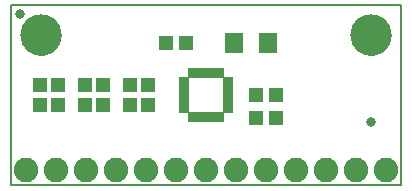
<source format=gts>
G75*
%MOIN*%
%OFA0B0*%
%FSLAX25Y25*%
%IPPOS*%
%LPD*%
%AMOC8*
5,1,8,0,0,1.08239X$1,22.5*
%
%ADD10C,0.00800*%
%ADD11R,0.03556X0.01942*%
%ADD12R,0.01942X0.03556*%
%ADD13R,0.05131X0.04737*%
%ADD14R,0.06312X0.07099*%
%ADD15R,0.04737X0.05131*%
%ADD16C,0.00000*%
%ADD17C,0.13800*%
%ADD18C,0.08200*%
%ADD19C,0.03300*%
D10*
X0002250Y0010500D02*
X0132250Y0010500D01*
X0132250Y0070500D01*
X0002250Y0070500D01*
X0002250Y0010500D01*
D11*
X0059868Y0035579D03*
X0059868Y0037547D03*
X0059868Y0039516D03*
X0059868Y0041484D03*
X0059868Y0043453D03*
X0059868Y0045421D03*
X0074632Y0045421D03*
X0074632Y0043453D03*
X0074632Y0041484D03*
X0074632Y0039516D03*
X0074632Y0037547D03*
X0074632Y0035579D03*
D12*
X0072171Y0033118D03*
X0070203Y0033118D03*
X0068234Y0033118D03*
X0066266Y0033118D03*
X0064297Y0033118D03*
X0062329Y0033118D03*
X0062329Y0047882D03*
X0064297Y0047882D03*
X0066266Y0047882D03*
X0068234Y0047882D03*
X0070203Y0047882D03*
X0072171Y0047882D03*
D13*
X0083904Y0040500D03*
X0090596Y0040500D03*
X0090596Y0033000D03*
X0083904Y0033000D03*
X0060596Y0058000D03*
X0053904Y0058000D03*
D14*
X0076738Y0058000D03*
X0087762Y0058000D03*
D15*
X0047750Y0043846D03*
X0041750Y0043846D03*
X0032750Y0043846D03*
X0026750Y0043846D03*
X0017750Y0043846D03*
X0011750Y0043846D03*
X0011750Y0037154D03*
X0017750Y0037154D03*
X0026750Y0037154D03*
X0032750Y0037154D03*
X0041750Y0037154D03*
X0047750Y0037154D03*
D16*
X0005750Y0060500D02*
X0005752Y0060661D01*
X0005758Y0060821D01*
X0005768Y0060982D01*
X0005782Y0061142D01*
X0005800Y0061302D01*
X0005821Y0061461D01*
X0005847Y0061620D01*
X0005877Y0061778D01*
X0005910Y0061935D01*
X0005948Y0062092D01*
X0005989Y0062247D01*
X0006034Y0062401D01*
X0006083Y0062554D01*
X0006136Y0062706D01*
X0006192Y0062857D01*
X0006253Y0063006D01*
X0006316Y0063154D01*
X0006384Y0063300D01*
X0006455Y0063444D01*
X0006529Y0063586D01*
X0006607Y0063727D01*
X0006689Y0063865D01*
X0006774Y0064002D01*
X0006862Y0064136D01*
X0006954Y0064268D01*
X0007049Y0064398D01*
X0007147Y0064526D01*
X0007248Y0064651D01*
X0007352Y0064773D01*
X0007459Y0064893D01*
X0007569Y0065010D01*
X0007682Y0065125D01*
X0007798Y0065236D01*
X0007917Y0065345D01*
X0008038Y0065450D01*
X0008162Y0065553D01*
X0008288Y0065653D01*
X0008416Y0065749D01*
X0008547Y0065842D01*
X0008681Y0065932D01*
X0008816Y0066019D01*
X0008954Y0066102D01*
X0009093Y0066182D01*
X0009235Y0066258D01*
X0009378Y0066331D01*
X0009523Y0066400D01*
X0009670Y0066466D01*
X0009818Y0066528D01*
X0009968Y0066586D01*
X0010119Y0066641D01*
X0010272Y0066692D01*
X0010426Y0066739D01*
X0010581Y0066782D01*
X0010737Y0066821D01*
X0010893Y0066857D01*
X0011051Y0066888D01*
X0011209Y0066916D01*
X0011368Y0066940D01*
X0011528Y0066960D01*
X0011688Y0066976D01*
X0011848Y0066988D01*
X0012009Y0066996D01*
X0012170Y0067000D01*
X0012330Y0067000D01*
X0012491Y0066996D01*
X0012652Y0066988D01*
X0012812Y0066976D01*
X0012972Y0066960D01*
X0013132Y0066940D01*
X0013291Y0066916D01*
X0013449Y0066888D01*
X0013607Y0066857D01*
X0013763Y0066821D01*
X0013919Y0066782D01*
X0014074Y0066739D01*
X0014228Y0066692D01*
X0014381Y0066641D01*
X0014532Y0066586D01*
X0014682Y0066528D01*
X0014830Y0066466D01*
X0014977Y0066400D01*
X0015122Y0066331D01*
X0015265Y0066258D01*
X0015407Y0066182D01*
X0015546Y0066102D01*
X0015684Y0066019D01*
X0015819Y0065932D01*
X0015953Y0065842D01*
X0016084Y0065749D01*
X0016212Y0065653D01*
X0016338Y0065553D01*
X0016462Y0065450D01*
X0016583Y0065345D01*
X0016702Y0065236D01*
X0016818Y0065125D01*
X0016931Y0065010D01*
X0017041Y0064893D01*
X0017148Y0064773D01*
X0017252Y0064651D01*
X0017353Y0064526D01*
X0017451Y0064398D01*
X0017546Y0064268D01*
X0017638Y0064136D01*
X0017726Y0064002D01*
X0017811Y0063865D01*
X0017893Y0063727D01*
X0017971Y0063586D01*
X0018045Y0063444D01*
X0018116Y0063300D01*
X0018184Y0063154D01*
X0018247Y0063006D01*
X0018308Y0062857D01*
X0018364Y0062706D01*
X0018417Y0062554D01*
X0018466Y0062401D01*
X0018511Y0062247D01*
X0018552Y0062092D01*
X0018590Y0061935D01*
X0018623Y0061778D01*
X0018653Y0061620D01*
X0018679Y0061461D01*
X0018700Y0061302D01*
X0018718Y0061142D01*
X0018732Y0060982D01*
X0018742Y0060821D01*
X0018748Y0060661D01*
X0018750Y0060500D01*
X0018748Y0060339D01*
X0018742Y0060179D01*
X0018732Y0060018D01*
X0018718Y0059858D01*
X0018700Y0059698D01*
X0018679Y0059539D01*
X0018653Y0059380D01*
X0018623Y0059222D01*
X0018590Y0059065D01*
X0018552Y0058908D01*
X0018511Y0058753D01*
X0018466Y0058599D01*
X0018417Y0058446D01*
X0018364Y0058294D01*
X0018308Y0058143D01*
X0018247Y0057994D01*
X0018184Y0057846D01*
X0018116Y0057700D01*
X0018045Y0057556D01*
X0017971Y0057414D01*
X0017893Y0057273D01*
X0017811Y0057135D01*
X0017726Y0056998D01*
X0017638Y0056864D01*
X0017546Y0056732D01*
X0017451Y0056602D01*
X0017353Y0056474D01*
X0017252Y0056349D01*
X0017148Y0056227D01*
X0017041Y0056107D01*
X0016931Y0055990D01*
X0016818Y0055875D01*
X0016702Y0055764D01*
X0016583Y0055655D01*
X0016462Y0055550D01*
X0016338Y0055447D01*
X0016212Y0055347D01*
X0016084Y0055251D01*
X0015953Y0055158D01*
X0015819Y0055068D01*
X0015684Y0054981D01*
X0015546Y0054898D01*
X0015407Y0054818D01*
X0015265Y0054742D01*
X0015122Y0054669D01*
X0014977Y0054600D01*
X0014830Y0054534D01*
X0014682Y0054472D01*
X0014532Y0054414D01*
X0014381Y0054359D01*
X0014228Y0054308D01*
X0014074Y0054261D01*
X0013919Y0054218D01*
X0013763Y0054179D01*
X0013607Y0054143D01*
X0013449Y0054112D01*
X0013291Y0054084D01*
X0013132Y0054060D01*
X0012972Y0054040D01*
X0012812Y0054024D01*
X0012652Y0054012D01*
X0012491Y0054004D01*
X0012330Y0054000D01*
X0012170Y0054000D01*
X0012009Y0054004D01*
X0011848Y0054012D01*
X0011688Y0054024D01*
X0011528Y0054040D01*
X0011368Y0054060D01*
X0011209Y0054084D01*
X0011051Y0054112D01*
X0010893Y0054143D01*
X0010737Y0054179D01*
X0010581Y0054218D01*
X0010426Y0054261D01*
X0010272Y0054308D01*
X0010119Y0054359D01*
X0009968Y0054414D01*
X0009818Y0054472D01*
X0009670Y0054534D01*
X0009523Y0054600D01*
X0009378Y0054669D01*
X0009235Y0054742D01*
X0009093Y0054818D01*
X0008954Y0054898D01*
X0008816Y0054981D01*
X0008681Y0055068D01*
X0008547Y0055158D01*
X0008416Y0055251D01*
X0008288Y0055347D01*
X0008162Y0055447D01*
X0008038Y0055550D01*
X0007917Y0055655D01*
X0007798Y0055764D01*
X0007682Y0055875D01*
X0007569Y0055990D01*
X0007459Y0056107D01*
X0007352Y0056227D01*
X0007248Y0056349D01*
X0007147Y0056474D01*
X0007049Y0056602D01*
X0006954Y0056732D01*
X0006862Y0056864D01*
X0006774Y0056998D01*
X0006689Y0057135D01*
X0006607Y0057273D01*
X0006529Y0057414D01*
X0006455Y0057556D01*
X0006384Y0057700D01*
X0006316Y0057846D01*
X0006253Y0057994D01*
X0006192Y0058143D01*
X0006136Y0058294D01*
X0006083Y0058446D01*
X0006034Y0058599D01*
X0005989Y0058753D01*
X0005948Y0058908D01*
X0005910Y0059065D01*
X0005877Y0059222D01*
X0005847Y0059380D01*
X0005821Y0059539D01*
X0005800Y0059698D01*
X0005782Y0059858D01*
X0005768Y0060018D01*
X0005758Y0060179D01*
X0005752Y0060339D01*
X0005750Y0060500D01*
X0115750Y0060500D02*
X0115752Y0060661D01*
X0115758Y0060821D01*
X0115768Y0060982D01*
X0115782Y0061142D01*
X0115800Y0061302D01*
X0115821Y0061461D01*
X0115847Y0061620D01*
X0115877Y0061778D01*
X0115910Y0061935D01*
X0115948Y0062092D01*
X0115989Y0062247D01*
X0116034Y0062401D01*
X0116083Y0062554D01*
X0116136Y0062706D01*
X0116192Y0062857D01*
X0116253Y0063006D01*
X0116316Y0063154D01*
X0116384Y0063300D01*
X0116455Y0063444D01*
X0116529Y0063586D01*
X0116607Y0063727D01*
X0116689Y0063865D01*
X0116774Y0064002D01*
X0116862Y0064136D01*
X0116954Y0064268D01*
X0117049Y0064398D01*
X0117147Y0064526D01*
X0117248Y0064651D01*
X0117352Y0064773D01*
X0117459Y0064893D01*
X0117569Y0065010D01*
X0117682Y0065125D01*
X0117798Y0065236D01*
X0117917Y0065345D01*
X0118038Y0065450D01*
X0118162Y0065553D01*
X0118288Y0065653D01*
X0118416Y0065749D01*
X0118547Y0065842D01*
X0118681Y0065932D01*
X0118816Y0066019D01*
X0118954Y0066102D01*
X0119093Y0066182D01*
X0119235Y0066258D01*
X0119378Y0066331D01*
X0119523Y0066400D01*
X0119670Y0066466D01*
X0119818Y0066528D01*
X0119968Y0066586D01*
X0120119Y0066641D01*
X0120272Y0066692D01*
X0120426Y0066739D01*
X0120581Y0066782D01*
X0120737Y0066821D01*
X0120893Y0066857D01*
X0121051Y0066888D01*
X0121209Y0066916D01*
X0121368Y0066940D01*
X0121528Y0066960D01*
X0121688Y0066976D01*
X0121848Y0066988D01*
X0122009Y0066996D01*
X0122170Y0067000D01*
X0122330Y0067000D01*
X0122491Y0066996D01*
X0122652Y0066988D01*
X0122812Y0066976D01*
X0122972Y0066960D01*
X0123132Y0066940D01*
X0123291Y0066916D01*
X0123449Y0066888D01*
X0123607Y0066857D01*
X0123763Y0066821D01*
X0123919Y0066782D01*
X0124074Y0066739D01*
X0124228Y0066692D01*
X0124381Y0066641D01*
X0124532Y0066586D01*
X0124682Y0066528D01*
X0124830Y0066466D01*
X0124977Y0066400D01*
X0125122Y0066331D01*
X0125265Y0066258D01*
X0125407Y0066182D01*
X0125546Y0066102D01*
X0125684Y0066019D01*
X0125819Y0065932D01*
X0125953Y0065842D01*
X0126084Y0065749D01*
X0126212Y0065653D01*
X0126338Y0065553D01*
X0126462Y0065450D01*
X0126583Y0065345D01*
X0126702Y0065236D01*
X0126818Y0065125D01*
X0126931Y0065010D01*
X0127041Y0064893D01*
X0127148Y0064773D01*
X0127252Y0064651D01*
X0127353Y0064526D01*
X0127451Y0064398D01*
X0127546Y0064268D01*
X0127638Y0064136D01*
X0127726Y0064002D01*
X0127811Y0063865D01*
X0127893Y0063727D01*
X0127971Y0063586D01*
X0128045Y0063444D01*
X0128116Y0063300D01*
X0128184Y0063154D01*
X0128247Y0063006D01*
X0128308Y0062857D01*
X0128364Y0062706D01*
X0128417Y0062554D01*
X0128466Y0062401D01*
X0128511Y0062247D01*
X0128552Y0062092D01*
X0128590Y0061935D01*
X0128623Y0061778D01*
X0128653Y0061620D01*
X0128679Y0061461D01*
X0128700Y0061302D01*
X0128718Y0061142D01*
X0128732Y0060982D01*
X0128742Y0060821D01*
X0128748Y0060661D01*
X0128750Y0060500D01*
X0128748Y0060339D01*
X0128742Y0060179D01*
X0128732Y0060018D01*
X0128718Y0059858D01*
X0128700Y0059698D01*
X0128679Y0059539D01*
X0128653Y0059380D01*
X0128623Y0059222D01*
X0128590Y0059065D01*
X0128552Y0058908D01*
X0128511Y0058753D01*
X0128466Y0058599D01*
X0128417Y0058446D01*
X0128364Y0058294D01*
X0128308Y0058143D01*
X0128247Y0057994D01*
X0128184Y0057846D01*
X0128116Y0057700D01*
X0128045Y0057556D01*
X0127971Y0057414D01*
X0127893Y0057273D01*
X0127811Y0057135D01*
X0127726Y0056998D01*
X0127638Y0056864D01*
X0127546Y0056732D01*
X0127451Y0056602D01*
X0127353Y0056474D01*
X0127252Y0056349D01*
X0127148Y0056227D01*
X0127041Y0056107D01*
X0126931Y0055990D01*
X0126818Y0055875D01*
X0126702Y0055764D01*
X0126583Y0055655D01*
X0126462Y0055550D01*
X0126338Y0055447D01*
X0126212Y0055347D01*
X0126084Y0055251D01*
X0125953Y0055158D01*
X0125819Y0055068D01*
X0125684Y0054981D01*
X0125546Y0054898D01*
X0125407Y0054818D01*
X0125265Y0054742D01*
X0125122Y0054669D01*
X0124977Y0054600D01*
X0124830Y0054534D01*
X0124682Y0054472D01*
X0124532Y0054414D01*
X0124381Y0054359D01*
X0124228Y0054308D01*
X0124074Y0054261D01*
X0123919Y0054218D01*
X0123763Y0054179D01*
X0123607Y0054143D01*
X0123449Y0054112D01*
X0123291Y0054084D01*
X0123132Y0054060D01*
X0122972Y0054040D01*
X0122812Y0054024D01*
X0122652Y0054012D01*
X0122491Y0054004D01*
X0122330Y0054000D01*
X0122170Y0054000D01*
X0122009Y0054004D01*
X0121848Y0054012D01*
X0121688Y0054024D01*
X0121528Y0054040D01*
X0121368Y0054060D01*
X0121209Y0054084D01*
X0121051Y0054112D01*
X0120893Y0054143D01*
X0120737Y0054179D01*
X0120581Y0054218D01*
X0120426Y0054261D01*
X0120272Y0054308D01*
X0120119Y0054359D01*
X0119968Y0054414D01*
X0119818Y0054472D01*
X0119670Y0054534D01*
X0119523Y0054600D01*
X0119378Y0054669D01*
X0119235Y0054742D01*
X0119093Y0054818D01*
X0118954Y0054898D01*
X0118816Y0054981D01*
X0118681Y0055068D01*
X0118547Y0055158D01*
X0118416Y0055251D01*
X0118288Y0055347D01*
X0118162Y0055447D01*
X0118038Y0055550D01*
X0117917Y0055655D01*
X0117798Y0055764D01*
X0117682Y0055875D01*
X0117569Y0055990D01*
X0117459Y0056107D01*
X0117352Y0056227D01*
X0117248Y0056349D01*
X0117147Y0056474D01*
X0117049Y0056602D01*
X0116954Y0056732D01*
X0116862Y0056864D01*
X0116774Y0056998D01*
X0116689Y0057135D01*
X0116607Y0057273D01*
X0116529Y0057414D01*
X0116455Y0057556D01*
X0116384Y0057700D01*
X0116316Y0057846D01*
X0116253Y0057994D01*
X0116192Y0058143D01*
X0116136Y0058294D01*
X0116083Y0058446D01*
X0116034Y0058599D01*
X0115989Y0058753D01*
X0115948Y0058908D01*
X0115910Y0059065D01*
X0115877Y0059222D01*
X0115847Y0059380D01*
X0115821Y0059539D01*
X0115800Y0059698D01*
X0115782Y0059858D01*
X0115768Y0060018D01*
X0115758Y0060179D01*
X0115752Y0060339D01*
X0115750Y0060500D01*
D17*
X0122250Y0060500D03*
X0012250Y0060500D03*
D18*
X0007250Y0015500D03*
X0017250Y0015500D03*
X0027250Y0015500D03*
X0037250Y0015500D03*
X0047250Y0015500D03*
X0057250Y0015500D03*
X0067250Y0015500D03*
X0077250Y0015500D03*
X0087250Y0015500D03*
X0097250Y0015500D03*
X0107250Y0015500D03*
X0117250Y0015500D03*
X0127250Y0015500D03*
D19*
X0122250Y0031500D03*
X0005250Y0067500D03*
M02*

</source>
